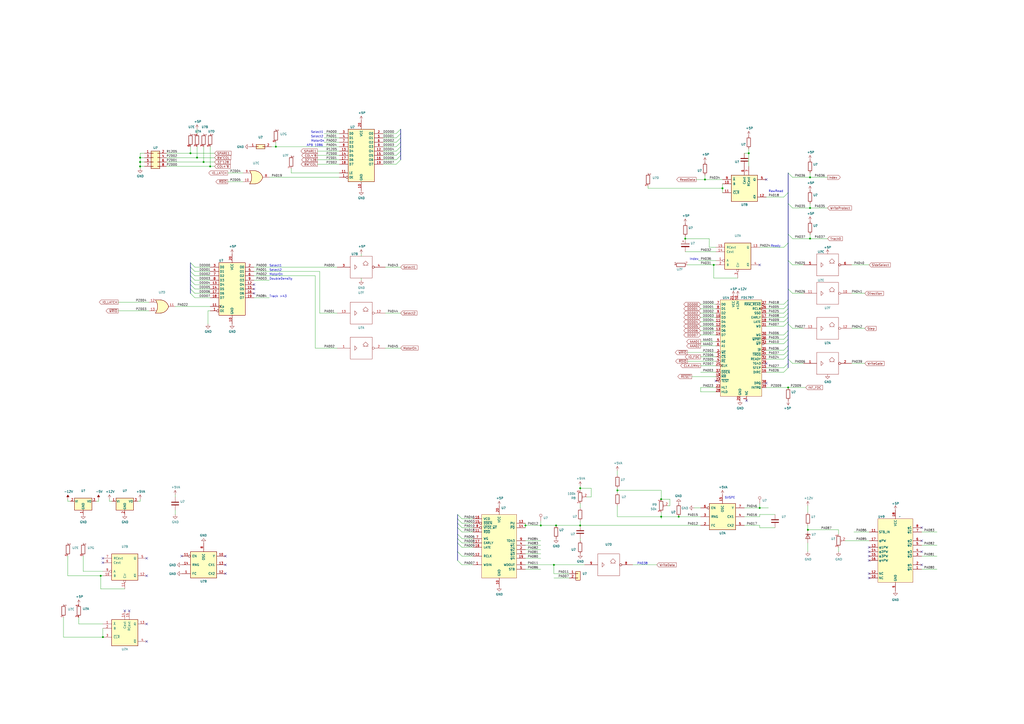
<source format=kicad_sch>
(kicad_sch (version 20220820) (generator eeschema)
  (paper "A2")
  (title_block (title "01: FDC + Configuration"))
  (junction (at 58.42 334.01))
  (junction (at 160.02 85.09))
  (junction (at 336.55 283.21))
  (junction (at 414.02 153.67))
  (junction (at 313.69 304.8))
  (junction (at 114.3 91.44))
  (junction (at 118.11 93.98))
  (junction (at 81.28 93.98))
  (junction (at 322.58 304.8))
  (junction (at 408.94 104.14))
  (junction (at 110.49 88.9))
  (junction (at 321.31 327.66))
  (junction (at 468.63 307.34))
  (junction (at 469.9 102.87))
  (junction (at 469.9 120.65))
  (junction (at 393.7 299.72))
  (junction (at 358.14 284.48))
  (junction (at 434.34 88.9))
  (junction (at 383.54 289.56))
  (junction (at 81.28 96.52))
  (junction (at 81.28 91.44))
  (junction (at 469.9 138.43))
  (junction (at 397.51 138.43))
  (junction (at 59.69 369.57))
  (junction (at 121.92 96.52))
  (junction (at 440.69 294.64))
  (junction (at 419.1 109.22))
  (junction (at 457.2 224.79))
  (junction (at 383.54 299.72))
  (junction (at 336.55 304.8))
  (junction (at 304.8 304.8))
  (no_connect (at 440.69 153.67))
  (no_connect (at 444.5 222.25))
  (no_connect (at 85.09 334.01))
  (no_connect (at 444.5 104.14))
  (no_connect (at 444.5 210.82))
  (no_connect (at 130.81 322.58))
  (no_connect (at 504.19 320.04))
  (no_connect (at 130.81 332.74))
  (no_connect (at 504.19 332.74))
  (no_connect (at 534.67 327.66))
  (no_connect (at 534.67 306.07))
  (no_connect (at 534.67 320.04))
  (no_connect (at 74.93 354.33))
  (no_connect (at 85.09 323.85))
  (no_connect (at 147.32 167.64))
  (no_connect (at 147.32 165.1))
  (no_connect (at 72.39 354.33))
  (no_connect (at 534.67 313.69))
  (no_connect (at 433.07 232.41))
  (no_connect (at 147.32 170.18))
  (no_connect (at 504.19 317.5))
  (no_connect (at 504.19 325.12))
  (no_connect (at 85.09 361.95))
  (no_connect (at 105.41 322.58))
  (no_connect (at 415.29 220.98))
  (no_connect (at 130.81 327.66))
  (no_connect (at 504.19 322.58))
  (no_connect (at 504.19 335.28))
  (no_connect (at 59.69 323.85))
  (no_connect (at 85.09 372.11))
  (no_connect (at 59.69 326.39))
  (bus_entry (at 454.66 184.15) (size 2.54 -2.54))
  (bus_entry (at 454.66 215.9) (size 2.54 -2.54))
  (bus_entry (at 457.2 135.89) (size 2.54 2.54))
  (bus_entry (at 110.49 160.02) (size 2.54 2.54))
  (bus_entry (at 110.49 157.48) (size 2.54 2.54))
  (bus_entry (at 454.66 186.69) (size 2.54 -2.54))
  (bus_entry (at 454.66 114.3) (size 2.54 -2.54))
  (bus_entry (at 110.49 154.94) (size 2.54 2.54))
  (bus_entry (at 265.43 306.07) (size 2.54 2.54))
  (bus_entry (at 265.43 314.96) (size 2.54 2.54))
  (bus_entry (at 457.2 187.96) (size 2.54 2.54))
  (bus_entry (at 110.49 162.56) (size 2.54 2.54))
  (bus_entry (at 454.66 179.07) (size 2.54 -2.54))
  (bus_entry (at 232.41 85.09) (size -2.54 2.54))
  (bus_entry (at 110.49 165.1) (size 2.54 2.54))
  (bus_entry (at 454.66 196.85) (size 2.54 -2.54))
  (bus_entry (at 457.2 118.11) (size 2.54 2.54))
  (bus_entry (at 454.66 189.23) (size 2.54 -2.54))
  (bus_entry (at 454.66 213.36) (size 2.54 -2.54))
  (bus_entry (at 232.41 90.17) (size -2.54 2.54))
  (bus_entry (at 454.66 181.61) (size 2.54 -2.54))
  (bus_entry (at 454.66 208.28) (size 2.54 -2.54))
  (bus_entry (at 232.41 87.63) (size -2.54 2.54))
  (bus_entry (at 454.66 203.2) (size 2.54 -2.54))
  (bus_entry (at 454.66 199.39) (size 2.54 -2.54))
  (bus_entry (at 454.66 176.53) (size 2.54 -2.54))
  (bus_entry (at 265.43 312.42) (size 2.54 2.54))
  (bus_entry (at 232.41 82.55) (size -2.54 2.54))
  (bus_entry (at 265.43 320.04) (size 2.54 2.54))
  (bus_entry (at 457.2 208.28) (size 2.54 2.54))
  (bus_entry (at 110.49 152.4) (size 2.54 2.54))
  (bus_entry (at 110.49 167.64) (size 2.54 2.54))
  (bus_entry (at 232.41 77.47) (size -2.54 2.54))
  (bus_entry (at 454.66 143.51) (size 2.54 -2.54))
  (bus_entry (at 265.43 303.53) (size 2.54 2.54))
  (bus_entry (at 232.41 80.01) (size -2.54 2.54))
  (bus_entry (at 265.43 325.12) (size 2.54 2.54))
  (bus_entry (at 110.49 170.18) (size 2.54 2.54))
  (bus_entry (at 457.2 151.13) (size 2.54 2.54))
  (bus_entry (at 265.43 309.88) (size 2.54 2.54))
  (bus_entry (at 232.41 92.71) (size -2.54 2.54))
  (bus_entry (at 454.66 205.74) (size 2.54 -2.54))
  (bus_entry (at 457.2 167.64) (size 2.54 2.54))
  (bus_entry (at 457.2 100.33) (size 2.54 2.54))
  (bus_entry (at 265.43 298.45) (size 2.54 2.54))
  (bus_entry (at 454.66 194.31) (size 2.54 -2.54))
  (bus_entry (at 232.41 74.93) (size -2.54 2.54))
  (bus_entry (at 265.43 300.99) (size 2.54 2.54))
  (wire (pts (xy 494.03 210.82) (xy 501.65 210.82)))
  (wire (pts (xy 184.15 92.71) (xy 196.85 92.71)))
  (wire (pts (xy 434.34 86.36) (xy 434.34 88.9)))
  (wire (pts (xy 336.55 313.69) (xy 336.55 312.42)))
  (wire (pts (xy 408.94 104.14) (xy 403.86 104.14)))
  (wire (pts (xy 415.29 179.07) (xy 406.4 179.07)))
  (wire (pts (xy 358.14 284.48) (xy 358.14 285.75)))
  (wire (pts (xy 132.08 105.41) (xy 140.97 105.41)))
  (wire (pts (xy 358.14 299.72) (xy 383.54 299.72)))
  (wire (pts (xy 402.59 294.64) (xy 406.4 294.64)))
  (bus (pts (xy 110.49 165.1) (xy 110.49 167.64)))
  (wire (pts (xy 397.51 138.43) (xy 411.48 138.43)))
  (wire (pts (xy 121.92 170.18) (xy 113.03 170.18)))
  (wire (pts (xy 415.29 227.33) (xy 406.4 227.33)))
  (wire (pts (xy 147.32 162.56) (xy 156.21 162.56)))
  (wire (pts (xy 304.8 327.66) (xy 321.31 327.66)))
  (wire (pts (xy 101.6 287.02) (xy 101.6 288.29)))
  (wire (pts (xy 431.8 299.72) (xy 440.69 299.72)))
  (bus (pts (xy 457.2 140.97) (xy 457.2 151.13)))
  (wire (pts (xy 121.92 96.52) (xy 124.46 96.52)))
  (wire (pts (xy 39.37 290.83) (xy 40.64 290.83)))
  (wire (pts (xy 419.1 109.22) (xy 375.92 109.22)))
  (wire (pts (xy 459.74 120.65) (xy 469.9 120.65)))
  (wire (pts (xy 534.67 308.61) (xy 543.56 308.61)))
  (wire (pts (xy 469.9 120.65) (xy 480.06 120.65)))
  (wire (pts (xy 336.55 294.64) (xy 336.55 292.1)))
  (wire (pts (xy 267.97 308.61) (xy 274.32 308.61)))
  (wire (pts (xy 267.97 322.58) (xy 274.32 322.58)))
  (wire (pts (xy 469.9 138.43) (xy 480.06 138.43)))
  (wire (pts (xy 267.97 306.07) (xy 274.32 306.07)))
  (wire (pts (xy 494.03 153.67) (xy 504.19 153.67)))
  (wire (pts (xy 336.55 304.8) (xy 406.4 304.8)))
  (wire (pts (xy 147.32 154.94) (xy 195.58 154.94)))
  (wire (pts (xy 96.52 91.44) (xy 114.3 91.44)))
  (wire (pts (xy 304.8 321.31) (xy 313.69 321.31)))
  (wire (pts (xy 486.41 307.34) (xy 468.63 307.34)))
  (wire (pts (xy 434.34 88.9) (xy 434.34 96.52)))
  (wire (pts (xy 96.52 96.52) (xy 121.92 96.52)))
  (wire (pts (xy 431.8 88.9) (xy 434.34 88.9)))
  (bus (pts (xy 457.2 210.82) (xy 457.2 213.36)))
  (wire (pts (xy 397.51 137.16) (xy 397.51 138.43)))
  (wire (pts (xy 81.28 96.52) (xy 83.82 96.52)))
  (bus (pts (xy 110.49 160.02) (xy 110.49 162.56)))
  (wire (pts (xy 459.74 153.67) (xy 466.09 153.67)))
  (bus (pts (xy 110.49 152.4) (xy 110.49 154.94)))
  (wire (pts (xy 342.9 283.21) (xy 336.55 283.21)))
  (wire (pts (xy 444.5 181.61) (xy 454.66 181.61)))
  (bus (pts (xy 457.2 203.2) (xy 457.2 205.74)))
  (bus (pts (xy 232.41 85.09) (xy 232.41 87.63)))
  (wire (pts (xy 121.92 85.09) (xy 121.92 96.52)))
  (wire (pts (xy 267.97 300.99) (xy 274.32 300.99)))
  (wire (pts (xy 187.96 77.47) (xy 196.85 77.47)))
  (bus (pts (xy 457.2 186.69) (xy 457.2 187.96)))
  (wire (pts (xy 340.36 288.29) (xy 342.9 288.29)))
  (bus (pts (xy 457.2 200.66) (xy 457.2 203.2)))
  (wire (pts (xy 48.26 322.58) (xy 48.26 331.47)))
  (wire (pts (xy 39.37 289.56) (xy 39.37 290.83)))
  (wire (pts (xy 83.82 93.98) (xy 81.28 93.98)))
  (wire (pts (xy 398.78 153.67) (xy 414.02 153.67)))
  (wire (pts (xy 114.3 74.93) (xy 114.3 77.47)))
  (bus (pts (xy 457.2 173.99) (xy 457.2 176.53)))
  (wire (pts (xy 121.92 162.56) (xy 113.03 162.56)))
  (wire (pts (xy 36.83 369.57) (xy 59.69 369.57)))
  (wire (pts (xy 469.9 102.87) (xy 480.06 102.87)))
  (wire (pts (xy 459.74 210.82) (xy 466.09 210.82)))
  (bus (pts (xy 110.49 167.64) (xy 110.49 170.18)))
  (wire (pts (xy 486.41 317.5) (xy 486.41 320.04)))
  (wire (pts (xy 336.55 281.94) (xy 336.55 283.21)))
  (wire (pts (xy 431.8 304.8) (xy 440.69 304.8)))
  (wire (pts (xy 398.78 209.55) (xy 415.29 209.55)))
  (wire (pts (xy 68.58 175.26) (xy 86.36 175.26)))
  (wire (pts (xy 419.1 106.68) (xy 419.1 109.22)))
  (bus (pts (xy 457.2 179.07) (xy 457.2 181.61)))
  (wire (pts (xy 449.58 306.07) (xy 440.69 306.07)))
  (bus (pts (xy 265.43 300.99) (xy 265.43 303.53)))
  (bus (pts (xy 232.41 90.17) (xy 232.41 92.71)))
  (wire (pts (xy 367.03 327.66) (xy 381 327.66)))
  (wire (pts (xy 184.15 95.25) (xy 196.85 95.25)))
  (wire (pts (xy 406.4 200.66) (xy 415.29 200.66)))
  (wire (pts (xy 57.15 290.83) (xy 57.15 289.56)))
  (bus (pts (xy 457.2 167.64) (xy 457.2 173.99)))
  (wire (pts (xy 36.83 358.14) (xy 36.83 369.57)))
  (wire (pts (xy 304.8 304.8) (xy 304.8 306.07)))
  (wire (pts (xy 415.29 181.61) (xy 406.4 181.61)))
  (wire (pts (xy 469.9 100.33) (xy 469.9 102.87)))
  (wire (pts (xy 398.78 204.47) (xy 415.29 204.47)))
  (wire (pts (xy 358.14 293.37) (xy 358.14 299.72)))
  (bus (pts (xy 265.43 312.42) (xy 265.43 314.96)))
  (wire (pts (xy 313.69 302.26) (xy 313.69 304.8)))
  (bus (pts (xy 110.49 162.56) (xy 110.49 165.1)))
  (bus (pts (xy 457.2 184.15) (xy 457.2 186.69)))
  (wire (pts (xy 223.52 181.61) (xy 232.41 181.61)))
  (wire (pts (xy 63.5 289.56) (xy 63.5 290.83)))
  (wire (pts (xy 222.25 92.71) (xy 229.87 92.71)))
  (wire (pts (xy 406.4 198.12) (xy 415.29 198.12)))
  (wire (pts (xy 304.8 304.8) (xy 313.69 304.8)))
  (wire (pts (xy 467.36 224.79) (xy 457.2 224.79)))
  (wire (pts (xy 534.67 322.58) (xy 543.56 322.58)))
  (wire (pts (xy 405.13 151.13) (xy 415.29 151.13)))
  (wire (pts (xy 490.22 313.69) (xy 504.19 313.69)))
  (wire (pts (xy 342.9 288.29) (xy 342.9 283.21)))
  (bus (pts (xy 232.41 74.93) (xy 232.41 77.47)))
  (wire (pts (xy 444.5 186.69) (xy 454.66 186.69)))
  (bus (pts (xy 457.2 111.76) (xy 457.2 118.11)))
  (bus (pts (xy 265.43 320.04) (xy 265.43 325.12)))
  (wire (pts (xy 168.91 97.79) (xy 168.91 100.33)))
  (wire (pts (xy 110.49 85.09) (xy 110.49 88.9)))
  (wire (pts (xy 388.62 293.37) (xy 388.62 289.56)))
  (wire (pts (xy 444.5 196.85) (xy 454.66 196.85)))
  (wire (pts (xy 101.6 295.91) (xy 101.6 298.45)))
  (wire (pts (xy 419.1 109.22) (xy 419.1 111.76)))
  (wire (pts (xy 39.37 334.01) (xy 58.42 334.01)))
  (bus (pts (xy 457.2 181.61) (xy 457.2 184.15)))
  (wire (pts (xy 375.92 109.22) (xy 375.92 107.95)))
  (wire (pts (xy 388.62 289.56) (xy 383.54 289.56)))
  (wire (pts (xy 118.11 85.09) (xy 118.11 93.98)))
  (wire (pts (xy 304.8 313.69) (xy 313.69 313.69)))
  (wire (pts (xy 431.8 294.64) (xy 440.69 294.64)))
  (bus (pts (xy 457.2 135.89) (xy 457.2 140.97)))
  (wire (pts (xy 147.32 160.02) (xy 182.88 160.02)))
  (wire (pts (xy 209.55 147.32) (xy 209.55 148.59)))
  (wire (pts (xy 222.25 82.55) (xy 229.87 82.55)))
  (wire (pts (xy 83.82 88.9) (xy 81.28 88.9)))
  (wire (pts (xy 444.5 189.23) (xy 454.66 189.23)))
  (bus (pts (xy 457.2 176.53) (xy 457.2 179.07)))
  (wire (pts (xy 121.92 167.64) (xy 113.03 167.64)))
  (wire (pts (xy 196.85 100.33) (xy 168.91 100.33)))
  (wire (pts (xy 121.92 165.1) (xy 113.03 165.1)))
  (wire (pts (xy 267.97 303.53) (xy 274.32 303.53)))
  (wire (pts (xy 459.74 190.5) (xy 466.09 190.5)))
  (wire (pts (xy 147.32 172.72) (xy 156.21 172.72)))
  (wire (pts (xy 58.42 334.01) (xy 58.42 341.63)))
  (wire (pts (xy 415.29 184.15) (xy 406.4 184.15)))
  (wire (pts (xy 81.28 88.9) (xy 81.28 91.44)))
  (wire (pts (xy 383.54 299.72) (xy 383.54 297.18)))
  (wire (pts (xy 156.21 102.87) (xy 196.85 102.87)))
  (wire (pts (xy 157.48 85.09) (xy 160.02 85.09)))
  (wire (pts (xy 387.35 293.37) (xy 388.62 293.37)))
  (wire (pts (xy 101.6 177.8) (xy 121.92 177.8)))
  (wire (pts (xy 147.32 157.48) (xy 185.42 157.48)))
  (wire (pts (xy 267.97 314.96) (xy 274.32 314.96)))
  (wire (pts (xy 459.74 170.18) (xy 466.09 170.18)))
  (wire (pts (xy 223.52 154.94) (xy 232.41 154.94)))
  (wire (pts (xy 304.8 318.77) (xy 313.69 318.77)))
  (wire (pts (xy 495.3 308.61) (xy 504.19 308.61)))
  (wire (pts (xy 440.69 306.07) (xy 440.69 304.8)))
  (wire (pts (xy 358.14 284.48) (xy 383.54 284.48)))
  (wire (pts (xy 304.8 303.53) (xy 304.8 304.8)))
  (wire (pts (xy 444.5 179.07) (xy 454.66 179.07)))
  (wire (pts (xy 444.5 199.39) (xy 454.66 199.39)))
  (wire (pts (xy 444.5 114.3) (xy 454.66 114.3)))
  (wire (pts (xy 132.08 100.33) (xy 140.97 100.33)))
  (wire (pts (xy 444.5 176.53) (xy 454.66 176.53)))
  (bus (pts (xy 232.41 87.63) (xy 232.41 90.17)))
  (wire (pts (xy 184.15 87.63) (xy 196.85 87.63)))
  (wire (pts (xy 415.29 176.53) (xy 406.4 176.53)))
  (wire (pts (xy 81.28 96.52) (xy 81.28 97.79)))
  (wire (pts (xy 48.26 331.47) (xy 59.69 331.47)))
  (wire (pts (xy 267.97 327.66) (xy 274.32 327.66)))
  (bus (pts (xy 265.43 314.96) (xy 265.43 320.04)))
  (wire (pts (xy 81.28 91.44) (xy 81.28 93.98)))
  (wire (pts (xy 222.25 80.01) (xy 229.87 80.01)))
  (wire (pts (xy 222.25 77.47) (xy 229.87 77.47)))
  (wire (pts (xy 494.03 170.18) (xy 501.65 170.18)))
  (wire (pts (xy 114.3 91.44) (xy 124.46 91.44)))
  (wire (pts (xy 184.15 90.17) (xy 196.85 90.17)))
  (wire (pts (xy 223.52 201.93) (xy 232.41 201.93)))
  (wire (pts (xy 411.48 143.51) (xy 415.29 143.51)))
  (wire (pts (xy 444.5 213.36) (xy 454.66 213.36)))
  (wire (pts (xy 55.88 290.83) (xy 57.15 290.83)))
  (wire (pts (xy 406.4 215.9) (xy 415.29 215.9)))
  (wire (pts (xy 121.92 172.72) (xy 113.03 172.72)))
  (wire (pts (xy 120.65 187.96) (xy 120.65 180.34)))
  (wire (pts (xy 185.42 181.61) (xy 195.58 181.61)))
  (wire (pts (xy 440.69 143.51) (xy 454.66 143.51)))
  (bus (pts (xy 232.41 77.47) (xy 232.41 80.01)))
  (wire (pts (xy 358.14 283.21) (xy 358.14 284.48)))
  (wire (pts (xy 486.41 307.34) (xy 486.41 309.88)))
  (bus (pts (xy 265.43 303.53) (xy 265.43 306.07)))
  (wire (pts (xy 415.29 191.77) (xy 406.4 191.77)))
  (wire (pts (xy 222.25 90.17) (xy 229.87 90.17)))
  (wire (pts (xy 494.03 190.5) (xy 501.65 190.5)))
  (wire (pts (xy 118.11 93.98) (xy 124.46 93.98)))
  (wire (pts (xy 80.01 290.83) (xy 81.28 290.83)))
  (bus (pts (xy 457.2 187.96) (xy 457.2 191.77)))
  (wire (pts (xy 58.42 341.63) (xy 72.39 341.63)))
  (wire (pts (xy 322.58 304.8) (xy 336.55 304.8)))
  (bus (pts (xy 232.41 80.01) (xy 232.41 82.55)))
  (wire (pts (xy 440.69 299.72) (xy 440.69 298.45)))
  (bus (pts (xy 110.49 154.94) (xy 110.49 157.48)))
  (wire (pts (xy 121.92 157.48) (xy 113.03 157.48)))
  (wire (pts (xy 393.7 299.72) (xy 406.4 299.72)))
  (wire (pts (xy 160.02 82.55) (xy 160.02 85.09)))
  (wire (pts (xy 45.72 361.95) (xy 59.69 361.95)))
  (wire (pts (xy 120.65 180.34) (xy 121.92 180.34)))
  (wire (pts (xy 415.29 189.23) (xy 406.4 189.23)))
  (wire (pts (xy 304.8 330.2) (xy 313.69 330.2)))
  (wire (pts (xy 187.96 82.55) (xy 196.85 82.55)))
  (wire (pts (xy 336.55 283.21) (xy 336.55 284.48)))
  (wire (pts (xy 444.5 215.9) (xy 454.66 215.9)))
  (wire (pts (xy 444.5 184.15) (xy 454.66 184.15)))
  (wire (pts (xy 358.14 273.05) (xy 358.14 275.59)))
  (wire (pts (xy 81.28 93.98) (xy 81.28 96.52)))
  (bus (pts (xy 457.2 208.28) (xy 457.2 210.82)))
  (wire (pts (xy 267.97 312.42) (xy 274.32 312.42)))
  (wire (pts (xy 415.29 146.05) (xy 397.51 146.05)))
  (wire (pts (xy 468.63 304.8) (xy 468.63 307.34)))
  (bus (pts (xy 265.43 309.88) (xy 265.43 312.42)))
  (wire (pts (xy 415.29 212.09) (xy 406.4 212.09)))
  (wire (pts (xy 406.4 224.79) (xy 415.29 224.79)))
  (wire (pts (xy 469.9 135.89) (xy 469.9 138.43)))
  (wire (pts (xy 383.54 289.56) (xy 383.54 284.48)))
  (wire (pts (xy 58.42 334.01) (xy 59.69 334.01)))
  (wire (pts (xy 336.55 304.8) (xy 336.55 302.26)))
  (wire (pts (xy 222.25 85.09) (xy 229.87 85.09)))
  (bus (pts (xy 457.2 151.13) (xy 457.2 167.64)))
  (wire (pts (xy 401.32 218.44) (xy 415.29 218.44)))
  (wire (pts (xy 121.92 160.02) (xy 113.03 160.02)))
  (wire (pts (xy 96.52 93.98) (xy 118.11 93.98)))
  (wire (pts (xy 406.4 207.01) (xy 415.29 207.01)))
  (wire (pts (xy 209.55 161.29) (xy 209.55 162.56)))
  (wire (pts (xy 321.31 327.66) (xy 321.31 332.74)))
  (wire (pts (xy 469.9 118.11) (xy 469.9 120.65)))
  (bus (pts (xy 457.2 196.85) (xy 457.2 200.66)))
  (wire (pts (xy 63.5 290.83) (xy 64.77 290.83)))
  (wire (pts (xy 414.02 153.67) (xy 415.29 153.67)))
  (wire (pts (xy 459.74 138.43) (xy 469.9 138.43)))
  (wire (pts (xy 414.02 153.67) (xy 414.02 161.29)))
  (wire (pts (xy 459.74 102.87) (xy 469.9 102.87)))
  (wire (pts (xy 83.82 91.44) (xy 81.28 91.44)))
  (wire (pts (xy 96.52 88.9) (xy 110.49 88.9)))
  (wire (pts (xy 414.02 161.29) (xy 427.99 161.29)))
  (wire (pts (xy 304.8 316.23) (xy 313.69 316.23)))
  (wire (pts (xy 415.29 194.31) (xy 406.4 194.31)))
  (wire (pts (xy 383.54 299.72) (xy 393.7 299.72)))
  (bus (pts (xy 457.2 194.31) (xy 457.2 196.85)))
  (wire (pts (xy 182.88 201.93) (xy 195.58 201.93)))
  (wire (pts (xy 440.69 298.45) (xy 449.58 298.45)))
  (wire (pts (xy 444.5 205.74) (xy 454.66 205.74)))
  (wire (pts (xy 185.42 157.48) (xy 185.42 181.61)))
  (wire (pts (xy 468.63 314.96) (xy 468.63 320.04)))
  (bus (pts (xy 457.2 205.74) (xy 457.2 208.28)))
  (wire (pts (xy 444.5 224.79) (xy 457.2 224.79)))
  (wire (pts (xy 68.58 180.34) (xy 86.36 180.34)))
  (wire (pts (xy 468.63 293.37) (xy 468.63 297.18)))
  (wire (pts (xy 222.25 95.25) (xy 229.87 95.25)))
  (wire (pts (xy 304.8 323.85) (xy 313.69 323.85)))
  (wire (pts (xy 182.88 160.02) (xy 182.88 201.93)))
  (wire (pts (xy 406.4 227.33) (xy 406.4 224.79)))
  (wire (pts (xy 39.37 322.58) (xy 39.37 334.01)))
  (wire (pts (xy 444.5 194.31) (xy 454.66 194.31)))
  (wire (pts (xy 321.31 332.74) (xy 330.2 332.74)))
  (wire (pts (xy 383.54 299.72) (xy 383.54 300.99)))
  (wire (pts (xy 408.94 104.14) (xy 419.1 104.14)))
  (wire (pts (xy 415.29 186.69) (xy 406.4 186.69)))
  (bus (pts (xy 457.2 118.11) (xy 457.2 135.89)))
  (wire (pts (xy 444.5 203.2) (xy 454.66 203.2)))
  (wire (pts (xy 222.25 87.63) (xy 229.87 87.63)))
  (wire (pts (xy 313.69 304.8) (xy 322.58 304.8)))
  (wire (pts (xy 440.69 292.1) (xy 440.69 294.64)))
  (wire (pts (xy 267.97 317.5) (xy 274.32 317.5)))
  (wire (pts (xy 321.31 335.28) (xy 330.2 335.28)))
  (wire (pts (xy 440.69 294.64) (xy 445.77 294.64)))
  (wire (pts (xy 534.67 316.23) (xy 543.56 316.23)))
  (wire (pts (xy 534.67 330.2) (xy 543.56 330.2)))
  (wire (pts (xy 45.72 358.14) (xy 45.72 361.95)))
  (wire (pts (xy 121.92 154.94) (xy 113.03 154.94)))
  (wire (pts (xy 411.48 138.43) (xy 411.48 143.51)))
  (wire (pts (xy 196.85 85.09) (xy 160.02 85.09)))
  (wire (pts (xy 444.5 208.28) (xy 454.66 208.28)))
  (wire (pts (xy 81.28 290.83) (xy 81.28 289.56)))
  (bus (pts (xy 457.2 100.33) (xy 457.2 111.76)))
  (bus (pts (xy 265.43 298.45) (xy 265.43 300.99)))
  (wire (pts (xy 59.69 364.49) (xy 59.69 369.57)))
  (wire (pts (xy 408.94 101.6) (xy 408.94 104.14)))
  (wire (pts (xy 110.49 88.9) (xy 124.46 88.9)))
  (bus (pts (xy 110.49 157.48) (xy 110.49 160.02)))
  (bus (pts (xy 457.2 191.77) (xy 457.2 194.31)))
  (bus (pts (xy 232.41 82.55) (xy 232.41 85.09)))
  (bus (pts (xy 265.43 306.07) (xy 265.43 309.88)))
  (wire (pts (xy 114.3 85.09) (xy 114.3 91.44)))
  (wire (pts (xy 321.31 327.66) (xy 339.09 327.66)))
  (wire (pts (xy 187.96 80.01) (xy 196.85 80.01)))
  (text "PA038" (at 369.57 327.66 0) (effects (font (size 1.27 1.27)) (justify left bottom)))
  (text "Select2" (at 156.21 157.48 0) (effects (font (size 1.27 1.27)) (justify left bottom)))
  (text "APB 1086" (at 177.8 85.09 0) (effects (font (size 1.27 1.27)) (justify left bottom)))
  (text "MotorOn" (at 156.21 160.02 0) (effects (font (size 1.27 1.27)) (justify left bottom)))
  (text "DoubleDensity" (at 156.21 162.56 0) (effects (font (size 1.27 1.27)) (justify left bottom)))
  (text "Select2" (at 180.34 80.01 0) (effects (font (size 1.27 1.27)) (justify left bottom)))
  (text "RawRead\n" (at 445.77 111.76 0) (effects (font (size 1.27 1.27)) (justify left bottom)))
  (text "Select1\n" (at 156.21 154.94 0) (effects (font (size 1.27 1.27)) (justify left bottom)))
  (text "Ready" (at 447.04 143.51 0) (effects (font (size 1.27 1.27)) (justify left bottom)))
  (text "Track >43" (at 156.21 172.72 0) (effects (font (size 1.27 1.27)) (justify left bottom)))
  (text "Index" (at 400.05 151.13 0) (effects (font (size 1.27 1.27)) (justify left bottom)))
  (text "MotorOn" (at 180.34 82.55 0) (effects (font (size 1.27 1.27)) (justify left bottom)))
  (text "5VSPE" (at 420.37 289.56 0) (effects (font (size 1.27 1.27)) (justify left bottom)))
  (text "Select1\n" (at 180.34 77.47 0) (effects (font (size 1.27 1.27)) (justify left bottom)))
  (label "PA005" (at 269.24 322.58 0))
  (label "PA086" (at 496.57 308.61 0))
  (label "PA019" (at 157.48 102.87 0))
  (label "PA001" (at 189.23 80.01 0))
  (label "PA004" (at 189.23 85.09 0))
  (label "DDD00" (at 222.25 77.47 0))
  (label "DDD06" (at 407.67 191.77 0))
  (label "PA034" (at 411.48 104.14 0))
  (label "DDD00" (at 407.67 176.53 0))
  (label "PA010" (at 269.24 306.07 0))
  (label "DDD03" (at 407.67 184.15 0))
  (label "PA083" (at 535.94 308.61 0))
  (label "PA000" (at 189.23 77.47 0))
  (label "PA036" (at 461.01 102.87 0))
  (label "PA025" (at 445.77 181.61 0))
  (label "PA046" (at 433.07 294.64 0))
  (label "PA003" (at 269.24 303.53 0))
  (label "DDD01" (at 115.57 157.48 0))
  (label "PA011" (at 323.85 332.74 0))
  (label "PA036" (at 472.44 102.87 0))
  (label "PZ002" (at 96.52 91.44 0))
  (label "PA036" (at 406.4 151.13 0))
  (label "PA043" (at 224.79 154.94 0))
  (label "PA087" (at 476.25 307.34 0))
  (label "R1205" (at 96.52 88.9 0))
  (label "DDD06" (at 222.25 92.71 0))
  (label "R1205" (at 189.23 87.63 0))
  (label "PZ009" (at 464.82 224.79 180))
  (label "DDD04" (at 115.57 165.1 0))
  (label "DDD06" (at 115.57 170.18 0))
  (label "PA044" (at 224.79 181.61 0))
  (label "PA012" (at 398.78 304.8 0))
  (label "PA082" (at 306.07 318.77 0))
  (label "PZ000" (at 96.52 96.52 0))
  (label "PA026" (at 461.01 170.18 0))
  (label "PA002" (at 148.59 160.02 0))
  (label "PA042" (at 494.03 190.5 0))
  (label "DDD02" (at 115.57 160.02 0))
  (label "DDD03" (at 115.57 162.56 0))
  (label "PA082" (at 535.94 316.23 0))
  (label "PA016" (at 433.07 299.72 0))
  (label "PA081" (at 306.07 321.31 0))
  (label "PA085" (at 496.57 313.69 0))
  (label "PA017" (at 433.07 304.8 0))
  (label "PA001" (at 187.96 181.61 0))
  (label "DDD00" (at 115.57 154.94 0))
  (label "PA024" (at 445.77 208.28 0))
  (label "PA006" (at 269.24 312.42 0))
  (label "PA009" (at 269.24 317.5 0))
  (label "PA086" (at 306.07 330.2 0))
  (label "PA006" (at 461.01 210.82 0))
  (label "PA001" (at 148.59 157.48 0))
  (label "PZ004" (at 133.35 100.33 0))
  (label "PA037" (at 461.01 138.43 0))
  (label "PA008" (at 445.77 184.15 0))
  (label "PA024" (at 440.69 143.51 0))
  (label "PA040" (at 495.3 153.67 0))
  (label "PZ009" (at 447.04 224.79 0))
  (label "PZ006" (at 407.67 207.01 0))
  (label "PA045" (at 224.79 201.93 0))
  (label "PA037" (at 445.77 205.74 0))
  (label "PA018" (at 445.77 176.53 0))
  (label "PZ004" (at 78.74 175.26 0))
  (label "PA035" (at 445.77 196.85 0))
  (label "DDD05" (at 222.25 90.17 0))
  (label "DDD01" (at 222.25 80.01 0))
  (label "PA046" (at 269.24 300.99 0))
  (label "PA080" (at 535.94 330.2 0))
  (label "DDD05" (at 407.67 189.23 0))
  (label "DDD03" (at 222.25 85.09 0))
  (label "PA000" (at 148.59 154.94 0))
  (label "PZ003" (at 407.67 204.47 0))
  (label "DDD02" (at 407.67 181.61 0))
  (label "PZ000" (at 189.23 90.17 0))
  (label "PZ003" (at 78.74 180.34 0))
  (label "PA027" (at 461.01 190.5 0))
  (label "PA003" (at 407.67 215.9 0))
  (label "PA032" (at 406.4 146.05 0))
  (label "PA007" (at 269.24 327.66 0))
  (label "PA036" (at 445.77 203.2 0))
  (label "PZ001" (at 96.52 93.98 0))
  (label "DDD05" (at 115.57 167.64 0))
  (label "DDD02" (at 222.25 82.55 0))
  (label "PZ001" (at 189.23 92.71 0))
  (label "PA026" (at 445.77 215.9 0))
  (label "PA084" (at 148.59 172.72 0))
  (label "PA007" (at 445.77 189.23 0))
  (label "PA006" (at 445.77 194.31 0))
  (label "PA035" (at 472.44 120.65 0))
  (label "PA018" (at 269.24 308.61 0))
  (label "PA041" (at 494.03 170.18 0))
  (label "PZ005" (at 407.67 209.55 0))
  (label "PZ007" (at 407.67 212.09 0))
  (label "PA023" (at 407.67 224.79 0))
  (label "AAA01" (at 407.67 198.12 0))
  (label "PA000" (at 187.96 154.94 0))
  (label "PA015" (at 398.78 299.72 0))
  (label "PA025" (at 461.01 153.67 0))
  (label "PA002" (at 189.23 82.55 0))
  (label "DDD04" (at 222.25 87.63 0))
  (label "PZ005" (at 133.35 105.41 0))
  (label "DDD01" (at 407.67 179.07 0))
  (label "PA003" (at 148.59 162.56 0))
  (label "PA002" (at 187.96 201.93 0))
  (label "PA083" (at 306.07 316.23 0))
  (label "PA031" (at 406.4 153.67 0))
  (label "PA012" (at 306.07 304.8 0))
  (label "PZ002" (at 189.23 95.25 0))
  (label "DDD07" (at 407.67 194.31 0))
  (label "DDD07" (at 115.57 172.72 0))
  (label "PA084" (at 306.07 313.69 0))
  (label "AAA02" (at 407.67 200.66 0))
  (label "DDD07" (at 222.25 95.25 0))
  (label "PA081" (at 535.94 322.58 0))
  (label "PA009" (at 445.77 186.69 0))
  (label "PA011" (at 306.07 327.66 0))
  (label "PA037" (at 472.44 138.43 0))
  (label "PA005" (at 445.77 179.07 0))
  (label "PA007" (at 323.85 335.28 0))
  (label "PA008" (at 269.24 314.96 0))
  (label "PA022" (at 102.87 177.8 0))
  (label "PA010" (at 445.77 199.39 0))
  (label "DDD04" (at 407.67 186.69 0))
  (label "PA080" (at 306.07 323.85 0))
  (label "PA018" (at 445.77 114.3 0))
  (label "PA027" (at 445.77 213.36 0))
  (label "PA039" (at 494.03 210.82 0))
  (label "PA035" (at 461.01 120.65 0))
  (global_label "~{WRIO}" (shape output) (at 398.78 204.47 180) (property "Intersheetrefs" "${INTERSHEET_REFS}" (at 0 0 0)))
  (global_label "SideSelect" (shape input) (at 504.19 153.67 0) (property "Intersheetrefs" "${INTERSHEET_REFS}" (at 0 0 0)))
  (global_label "Step" (shape input) (at 501.65 190.5 0) (property "Intersheetrefs" "${INTERSHEET_REFS}" (at 0 0 0)))
  (global_label "WriteGate" (shape input) (at 501.65 210.82 0) (property "Intersheetrefs" "${INTERSHEET_REFS}" (at 0 0 0)))
  (global_label "INT_FDC" (shape input) (at 467.36 224.79 0) (property "Intersheetrefs" "${INTERSHEET_REFS}" (at 0 0 0)))
  (global_label "IO_LATCH" (shape output) (at 132.08 100.33 180) (property "Intersheetrefs" "${INTERSHEET_REFS}" (at 0 0 0)))
  (global_label "~{RESET}" (shape output) (at 401.32 218.44 180) (property "Intersheetrefs" "${INTERSHEET_REFS}" (at 0 0 0)))
  (global_label "~{RDIO}" (shape output) (at 398.78 209.55 180) (property "Intersheetrefs" "${INTERSHEET_REFS}" (at 0 0 0)))
  (global_label "IO_LATCH" (shape output) (at 68.58 175.26 180) (property "Intersheetrefs" "${INTERSHEET_REFS}" (at 0 0 0)))
  (global_label "Select1" (shape input) (at 232.41 154.94 0) (property "Intersheetrefs" "${INTERSHEET_REFS}" (at 0 0 0)))
  (global_label "DDD04" (shape bidirectional) (at 406.4 186.69 180) (property "Intersheetrefs" "${INTERSHEET_REFS}" (at 0 0 0)))
  (global_label "Track0" (shape input) (at 480.06 138.43 0) (property "Intersheetrefs" "${INTERSHEET_REFS}" (at 0 0 0)))
  (global_label "WriteData" (shape input) (at 381 327.66 0) (property "Intersheetrefs" "${INTERSHEET_REFS}" (at 0 0 0)))
  (global_label "DDD00" (shape bidirectional) (at 406.4 176.53 180) (property "Intersheetrefs" "${INTERSHEET_REFS}" (at 0 0 0)))
  (global_label "WriteProtect" (shape input) (at 480.06 120.65 0) (property "Intersheetrefs" "${INTERSHEET_REFS}" (at 0 0 0)))
  (global_label "Index" (shape output) (at 480.06 102.87 0) (property "Intersheetrefs" "${INTERSHEET_REFS}" (at 0 0 0)))
  (global_label "DDD05" (shape bidirectional) (at 406.4 189.23 180) (property "Intersheetrefs" "${INTERSHEET_REFS}" (at 0 0 0)))
  (global_label "DDD07" (shape bidirectional) (at 406.4 194.31 180) (property "Intersheetrefs" "${INTERSHEET_REFS}" (at 0 0 0)))
  (global_label "Select2" (shape input) (at 232.41 181.61 0) (property "Intersheetrefs" "${INTERSHEET_REFS}" (at 0 0 0)))
  (global_label "DDD01" (shape bidirectional) (at 406.4 179.07 180) (property "Intersheetrefs" "${INTERSHEET_REFS}" (at 0 0 0)))
  (global_label "DDD02" (shape bidirectional) (at 406.4 181.61 180) (property "Intersheetrefs" "${INTERSHEET_REFS}" (at 0 0 0)))
  (global_label "SPARE1" (shape output) (at 184.15 87.63 180) (property "Intersheetrefs" "${INTERSHEET_REFS}" (at 0 0 0)))
  (global_label "AAA01" (shape output) (at 406.4 198.12 180) (property "Intersheetrefs" "${INTERSHEET_REFS}" (at 0 0 0)))
  (global_label "DDD03" (shape bidirectional) (at 406.4 184.15 180) (property "Intersheetrefs" "${INTERSHEET_REFS}" (at 0 0 0)))
  (global_label "32^128" (shape output) (at 184.15 92.71 180) (property "Intersheetrefs" "${INTERSHEET_REFS}" (at 0 0 0)))
  (global_label "~{RDIO}" (shape output) (at 132.08 105.41 180) (property "Intersheetrefs" "${INTERSHEET_REFS}" (at 0 0 0)))
  (global_label "CLK.1MHz" (shape output) (at 406.4 212.09 180) (property "Intersheetrefs" "${INTERSHEET_REFS}" (at 0 0 0)))
  (global_label "DDD06" (shape bidirectional) (at 406.4 191.77 180) (property "Intersheetrefs" "${INTERSHEET_REFS}" (at 0 0 0)))
  (global_label "BW^COL" (shape output) (at 184.15 95.25 180) (property "Intersheetrefs" "${INTERSHEET_REFS}" (at 0 0 0)))
  (global_label "~{WRIO}" (shape output) (at 68.58 180.34 180) (property "Intersheetrefs" "${INTERSHEET_REFS}" (at 0 0 0)))
  (global_label "ReadData" (shape output) (at 403.86 104.14 180) (property "Intersheetrefs" "${INTERSHEET_REFS}" (at 0 0 0)))
  (global_label "COL4^8" (shape output) (at 184.15 90.17 180) (property "Intersheetrefs" "${INTERSHEET_REFS}" (at 0 0 0)))
  (global_label "AAA02" (shape output) (at 406.4 200.66 180) (property "Intersheetrefs" "${INTERSHEET_REFS}" (at 0 0 0)))
  (global_label "MotorOn" (shape input) (at 232.41 201.93 0) (property "Intersheetrefs" "${INTERSHEET_REFS}" (at 0 0 0)))
  (global_label "BW^COL" (shape input) (at 124.46 91.44 0) (property "Intersheetrefs" "${INTERSHEET_REFS}" (at 0 0 0)))
  (global_label "32^128" (shape input) (at 124.46 93.98 0) (property "Intersheetrefs" "${INTERSHEET_REFS}" (at 0 0 0)))
  (global_label "IO_FDC" (shape output) (at 406.4 207.01 180) (property "Intersheetrefs" "${INTERSHEET_REFS}" (at 0 0 0)))
  (global_label "SPARE1" (shape input) (at 124.46 88.9 0) (property "Intersheetrefs" "${INTERSHEET_REFS}" (at 0 0 0)))
  (global_label "Direction" (shape input) (at 501.65 170.18 0) (property "Intersheetrefs" "${INTERSHEET_REFS}" (at 0 0 0)))
  (global_label "COL4^8" (shape input) (at 124.46 96.52 0) (property "Intersheetrefs" "${INTERSHEET_REFS}" (at 0 0 0)))
  (symbol (lib_id "74xx:74LS374") (at 134.62 167.64 0) (unit 1)
    (default_instance (reference "") (unit 1) (value "") (footprint ""))
    (property "Datasheet" "http://www.ti.com/lit/gpn/sn74LS374" (effects hide))
  )
  (symbol (lib_id "74xx:74LS373") (at 209.55 90.17 0) (unit 1)
    (default_instance (reference "") (unit 1) (value "") (footprint ""))
    (property "Datasheet" "http://www.ti.com/lit/gpn/sn74LS373" (effects hide))
  )
  (symbol (lib_id "74xx_IEEE:7416") (at 480.06 190.5 0) (unit 6)
    (default_instance (reference "") (unit 1) (value "") (footprint ""))
  )
  (symbol (lib_id "Device:C") (at 449.58 302.26 180) (unit 1)
    (default_instance (reference "") (unit 1) (value "") (footprint ""))
  )
  (symbol (lib_id "Device:R") (at 469.9 96.52 0) (unit 1)
    (default_instance (reference "") (unit 1) (value "") (footprint ""))
  )
  (symbol (lib_id "power:+5P") (at 469.9 92.71 0) (unit 1)
    (default_instance (reference "") (unit 1) (value "") (footprint ""))
  )
  (symbol (lib_id "74xx_IEEE:7416") (at 480.06 170.18 0) (unit 5)
    (default_instance (reference "") (unit 1) (value "") (footprint ""))
  )
  (symbol (lib_id "power:GND") (at 429.26 232.41 0) (unit 1)
    (default_instance (reference "") (unit 1) (value "") (footprint ""))
  )
  (symbol (lib_id "power:+12V") (at 427.99 171.45 0) (unit 1)
    (default_instance (reference "") (unit 1) (value "") (footprint ""))
  )
  (symbol (lib_id "power:+5P") (at 408.94 93.98 0) (unit 1)
    (default_instance (reference "") (unit 1) (value "") (footprint ""))
  )
  (symbol (lib_id "power:GND") (at 105.41 327.66 270) (unit 1)
    (default_instance (reference "") (unit 1) (value "") (footprint ""))
  )
  (symbol (lib_id "74xx_IEEE:7416") (at 353.06 327.66 0) (unit 4)
    (default_instance (reference "") (unit 1) (value "") (footprint ""))
  )
  (symbol (lib_id "power:GND") (at 105.41 332.74 270) (unit 1)
    (default_instance (reference "") (unit 1) (value "") (footprint ""))
  )
  (symbol (lib_id "74xx_IEEE:7416") (at 480.06 153.67 0) (unit 3)
    (default_instance (reference "") (unit 1) (value "") (footprint ""))
  )
  (symbol (lib_id "Device:R") (at 336.55 298.45 180) (unit 1)
    (default_instance (reference "") (unit 1) (value "") (footprint ""))
  )
  (symbol (lib_id "Device:R") (at 336.55 317.5 0) (mirror y) (unit 1)
    (default_instance (reference "") (unit 1) (value "") (footprint ""))
  )
  (symbol (lib_id "Device:R") (at 393.7 295.91 180) (unit 1)
    (default_instance (reference "") (unit 1) (value "") (footprint ""))
  )
  (symbol (lib_id "power:GND") (at 393.7 292.1 180) (unit 1)
    (default_instance (reference "") (unit 1) (value "") (footprint ""))
  )
  (symbol (lib_id "74xx:74LS629") (at 118.11 327.66 0) (unit 2)
    (default_instance (reference "") (unit 1) (value "") (footprint ""))
    (property "Datasheet" "http://www.ti.com/lit/gpn/sn74LS629" (effects hide))
  )
  (symbol (lib_id "power:GND") (at 118.11 314.96 180) (unit 1)
    (default_instance (reference "") (unit 1) (value "") (footprint ""))
  )
  (symbol (lib_id "Device:R_Network07_Split") (at 394.97 153.67 90) (unit 6)
    (default_instance (reference "") (unit 1) (value "") (footprint ""))
    (property "Datasheet" "http://www.vishay.com/docs/31509/csc.pdf" (effects hide))
  )
  (symbol (lib_id "74xx:74LS123") (at 72.39 328.93 0) (unit 2)
    (default_instance (reference "") (unit 1) (value "") (footprint ""))
    (property "Datasheet" "http://www.ti.com/lit/gpn/sn74LS123" (effects hide))
  )
  (symbol (lib_id "Device:R_Network07_Split") (at 48.26 318.77 0) (unit 7)
    (default_instance (reference "") (unit 1) (value "") (footprint ""))
    (property "Datasheet" "http://www.vishay.com/docs/31509/csc.pdf" (effects hide))
  )
  (symbol (lib_id "74xx:74LS629") (at 419.1 299.72 0) (unit 1)
    (default_instance (reference "") (unit 1) (value "") (footprint ""))
    (property "Datasheet" "http://www.ti.com/lit/gpn/sn74LS629" (effects hide))
  )
  (symbol (lib_id "power:GND") (at 402.59 294.64 270) (unit 1)
    (default_instance (reference "") (unit 1) (value "") (footprint ""))
  )
  (symbol (lib_id "74xx:74LS32") (at 148.59 102.87 0) (unit 3)
    (default_instance (reference "") (unit 1) (value "") (footprint ""))
    (property "Datasheet" "http://www.ti.com/lit/gpn/sn74LS32" (effects hide))
  )
  (symbol (lib_id "74xx:74LS32") (at 93.98 177.8 0) (unit 4)
    (default_instance (reference "") (unit 1) (value "") (footprint ""))
    (property "Datasheet" "http://www.ti.com/lit/gpn/sn74LS32" (effects hide))
  )
  (symbol (lib_id "Device:R_Network07_Split") (at 39.37 318.77 0) (unit 5)
    (default_instance (reference "") (unit 1) (value "") (footprint ""))
    (property "Datasheet" "http://www.vishay.com/docs/31509/csc.pdf" (effects hide))
  )
  (symbol (lib_id "Device:CP") (at 397.51 142.24 0) (unit 1)
    (default_instance (reference "") (unit 1) (value "") (footprint ""))
  )
  (symbol (lib_id "Device:R") (at 397.51 133.35 0) (unit 1)
    (default_instance (reference "") (unit 1) (value "") (footprint ""))
  )
  (symbol (lib_id "power:+5VA") (at 336.55 281.94 0) (unit 1)
    (default_instance (reference "") (unit 1) (value "") (footprint ""))
  )
  (symbol (lib_id "power:+5P") (at 397.51 129.54 0) (unit 1)
    (default_instance (reference "") (unit 1) (value "") (footprint ""))
  )
  (symbol (lib_id "74xx:74LS221") (at 72.39 367.03 0) (unit 1)
    (default_instance (reference "") (unit 1) (value "") (footprint ""))
    (property "Datasheet" "http://www.ti.com/lit/gpn/sn74LS221" (effects hide))
  )
  (symbol (lib_id "Device:R_Network07_Split") (at 45.72 354.33 0) (unit 1)
    (default_instance (reference "") (unit 1) (value "") (footprint ""))
    (property "Datasheet" "http://www.vishay.com/docs/31509/csc.pdf" (effects hide))
  )
  (symbol (lib_id "power:+5P") (at 45.72 350.52 0) (unit 1)
    (default_instance (reference "") (unit 1) (value "") (footprint ""))
  )
  (symbol (lib_id "power:GND") (at 336.55 321.31 0) (unit 1)
    (default_instance (reference "") (unit 1) (value "") (footprint ""))
  )
  (symbol (lib_id "74xx:74LS221") (at 431.8 109.22 0) (unit 2)
    (default_instance (reference "") (unit 1) (value "") (footprint ""))
    (property "Datasheet" "http://www.ti.com/lit/gpn/sn74LS221" (effects hide))
  )
  (symbol (lib_id "Device:C") (at 431.8 92.71 180) (unit 1)
    (default_instance (reference "") (unit 1) (value "") (footprint ""))
  )
  (symbol (lib_id "Device:R") (at 434.34 82.55 180) (unit 1)
    (default_instance (reference "") (unit 1) (value "") (footprint ""))
  )
  (symbol (lib_id "Device:R") (at 469.9 132.08 0) (unit 1)
    (default_instance (reference "") (unit 1) (value "") (footprint ""))
  )
  (symbol (lib_id "power:+5P") (at 469.9 128.27 0) (unit 1)
    (default_instance (reference "") (unit 1) (value "") (footprint ""))
  )
  (symbol (lib_id "Device:R") (at 358.14 289.56 180) (unit 1)
    (default_instance (reference "") (unit 1) (value "") (footprint ""))
  )
  (symbol (lib_id "Device:R") (at 358.14 279.4 0) (unit 1)
    (default_instance (reference "") (unit 1) (value "") (footprint ""))
  )
  (symbol (lib_id "power:+5VA") (at 358.14 273.05 0) (unit 1)
    (default_instance (reference "") (unit 1) (value "") (footprint ""))
  )
  (symbol (lib_id "Device:C") (at 101.6 292.1 0) (unit 1)
    (default_instance (reference "") (unit 1) (value "") (footprint ""))
  )
  (symbol (lib_id "Device:R") (at 468.63 300.99 180) (unit 1)
    (default_instance (reference "") (unit 1) (value "") (footprint ""))
  )
  (symbol (lib_id "Device:D_Zener") (at 468.63 311.15 270) (unit 1)
    (default_instance (reference "") (unit 1) (value "") (footprint ""))
  )
  (symbol (lib_id "power:+12V") (at 468.63 293.37 0) (unit 1)
    (default_instance (reference "") (unit 1) (value "") (footprint ""))
  )
  (symbol (lib_id "power:GND") (at 101.6 298.45 0) (unit 1)
    (default_instance (reference "") (unit 1) (value "") (footprint ""))
  )
  (symbol (lib_id "power:GND") (at 468.63 320.04 0) (unit 1)
    (default_instance (reference "") (unit 1) (value "") (footprint ""))
  )
  (symbol (lib_id "74xx_IEEE:7416") (at 209.55 154.94 0) (unit 2)
    (default_instance (reference "") (unit 1) (value "") (footprint ""))
  )
  (symbol (lib_id "power:+5VA") (at 101.6 287.02 0) (unit 1)
    (default_instance (reference "") (unit 1) (value "") (footprint ""))
  )
  (symbol (lib_id "power:GND") (at 209.55 162.56 0) (unit 1)
    (default_instance (reference "") (unit 1) (value "") (footprint ""))
  )
  (symbol (lib_id "power:+5P") (at 209.55 147.32 0) (unit 1)
    (default_instance (reference "") (unit 1) (value "") (footprint ""))
  )
  (symbol (lib_id "74xx_IEEE:7416") (at 209.55 201.93 0) (unit 1)
    (default_instance (reference "") (unit 1) (value "") (footprint ""))
  )
  (symbol (lib_id "74xx_IEEE:7416") (at 209.55 181.61 0) (unit 6)
    (default_instance (reference "") (unit 1) (value "") (footprint ""))
  )
  (symbol (lib_id "Device:R") (at 469.9 114.3 0) (unit 1)
    (default_instance (reference "") (unit 1) (value "") (footprint ""))
  )
  (symbol (lib_id "power:+5P") (at 469.9 110.49 0) (unit 1)
    (default_instance (reference "") (unit 1) (value "") (footprint ""))
  )
  (symbol (lib_id "power:GND") (at 486.41 320.04 0) (unit 1)
    (default_instance (reference "") (unit 1) (value "") (footprint ""))
  )
  (symbol (lib_id "Connector_Generic:Conn_01x02") (at 335.28 332.74 0) (unit 1)
    (default_instance (reference "") (unit 1) (value "") (footprint ""))
  )
  (symbol (lib_id "Connector:TestPoint") (at 313.69 302.26 0) (unit 1)
    (default_instance (reference "") (unit 1) (value "") (footprint ""))
  )
  (symbol (lib_id "Device:C") (at 336.55 308.61 180) (unit 1)
    (default_instance (reference "") (unit 1) (value "") (footprint ""))
  )
  (symbol (lib_id "Device:R") (at 322.58 308.61 0) (unit 1)
    (default_instance (reference "") (unit 1) (value "") (footprint ""))
  )
  (symbol (lib_id "power:GND") (at 322.58 312.42 0) (unit 1)
    (default_instance (reference "") (unit 1) (value "") (footprint ""))
  )
  (symbol (lib_id "Connector:TestPoint") (at 440.69 292.1 0) (unit 1)
    (default_instance (reference "") (unit 1) (value "") (footprint ""))
  )
  (symbol (lib_id "Device:R_Network07_Split") (at 36.83 354.33 0) (unit 3)
    (default_instance (reference "") (unit 1) (value "") (footprint ""))
    (property "Datasheet" "http://www.vishay.com/docs/31509/csc.pdf" (effects hide))
  )
  (symbol (lib_id "Device:R_Network07_Split") (at 375.92 104.14 0) (unit 4)
    (default_instance (reference "") (unit 1) (value "") (footprint ""))
    (property "Datasheet" "http://www.vishay.com/docs/31509/csc.pdf" (effects hide))
  )
  (symbol (lib_id "Device:R") (at 408.94 97.79 180) (unit 1)
    (default_instance (reference "") (unit 1) (value "") (footprint ""))
  )
  (symbol (lib_id "power:+5P") (at 434.34 78.74 0) (unit 1)
    (default_instance (reference "") (unit 1) (value "") (footprint ""))
  )
  (symbol (lib_id "Device:R_POT_TRIM") (at 486.41 313.69 0) (unit 1)
    (default_instance (reference "") (unit 1) (value "") (footprint ""))
  )
  (symbol (lib_id "Device:R") (at 457.2 228.6 0) (unit 1)
    (default_instance (reference "") (unit 1) (value "") (footprint ""))
  )
  (symbol (lib_id "power:+5P") (at 457.2 232.41 180) (unit 1)
    (default_instance (reference "") (unit 1) (value "") (footprint ""))
  )
  (symbol (lib_id "Regulator_Linear:L79L05_TO92") (at 48.26 290.83 0) (mirror x) (unit 1)
    (default_instance (reference "") (unit 1) (value "") (footprint ""))
    (property "Datasheet" "http://www.farnell.com/datasheets/1827870.pdf" (effects hide))
  )
  (symbol (lib_id "power:-12V") (at 39.37 289.56 0) (unit 1)
    (default_instance (reference "") (unit 1) (value "") (footprint ""))
  )
  (symbol (lib_id "power:-5V") (at 57.15 289.56 0) (unit 1)
    (default_instance (reference "") (unit 1) (value "") (footprint ""))
  )
  (symbol (lib_id "power:GND") (at 48.26 298.45 0) (unit 1)
    (default_instance (reference "") (unit 1) (value "") (footprint ""))
  )
  (symbol (lib_id "Regulator_Linear:LM7805_TO220") (at 72.39 290.83 0) (unit 1)
    (default_instance (reference "") (unit 1) (value "") (footprint ""))
    (property "Datasheet" "https://www.onsemi.cn/PowerSolutions/document/MC7800-D.PDF" (effects hide))
  )
  (symbol (lib_id "power:+12V") (at 63.5 289.56 0) (unit 1)
    (default_instance (reference "") (unit 1) (value "") (footprint ""))
  )
  (symbol (lib_id "power:+5VA") (at 81.28 289.56 0) (unit 1)
    (default_instance (reference "") (unit 1) (value "") (footprint ""))
  )
  (symbol (lib_id "power:GND") (at 72.39 298.45 0) (unit 1)
    (default_instance (reference "") (unit 1) (value "") (footprint ""))
  )
  (symbol (lib_id "Device:R_Network07_Split") (at 160.02 78.74 0) (unit 7)
    (default_instance (reference "") (unit 1) (value "") (footprint ""))
    (property "Datasheet" "http://www.vishay.com/docs/31509/csc.pdf" (effects hide))
  )
  (symbol (lib_id "Connector_Generic:Conn_02x01") (at 149.86 85.09 0) (unit 1)
    (default_instance (reference "") (unit 1) (value "") (footprint ""))
  )
  (symbol (lib_id "power:GND") (at 144.78 85.09 270) (unit 1)
    (default_instance (reference "") (unit 1) (value "") (footprint ""))
  )
  (symbol (lib_id "Connector_Generic:Conn_02x04_Odd_Even") (at 88.9 91.44 0) (unit 1)
    (default_instance (reference "") (unit 1) (value "") (footprint ""))
  )
  (symbol (lib_id "power:GND") (at 81.28 97.79 0) (unit 1)
    (default_instance (reference "") (unit 1) (value "") (footprint ""))
  )
  (symbol (lib_id "Device:R_Network07_Split") (at 121.92 81.28 0) (unit 4)
    (default_instance (reference "") (unit 1) (value "") (footprint ""))
    (property "Datasheet" "http://www.vishay.com/docs/31509/csc.pdf" (effects hide))
  )
  (symbol (lib_id "Device:R_Network07_Split") (at 118.11 81.28 0) (unit 2)
    (default_instance (reference "") (unit 1) (value "") (footprint ""))
    (property "Datasheet" "http://www.vishay.com/docs/31509/csc.pdf" (effects hide))
  )
  (symbol (lib_id "Device:R_Network07_Split") (at 114.3 81.28 0) (unit 1)
    (default_instance (reference "") (unit 1) (value "") (footprint ""))
    (property "Datasheet" "http://www.vishay.com/docs/31509/csc.pdf" (effects hide))
  )
  (symbol (lib_id "power:+5P") (at 114.3 74.93 0) (unit 1)
    (default_instance (reference "") (unit 1) (value "") (footprint ""))
  )
  (symbol (lib_id "power:GND") (at 134.62 187.96 0) (unit 1)
    (default_instance (reference "") (unit 1) (value "") (footprint ""))
  )
  (symbol (lib_id "Device:R_Network07_Split") (at 110.49 81.28 0) (unit 5)
    (default_instance (reference "") (unit 1) (value "") (footprint ""))
    (property "Datasheet" "http://www.vishay.com/docs/31509/csc.pdf" (effects hide))
  )
  (symbol (lib_id "power:GND") (at 120.65 187.96 0) (unit 1)
    (default_instance (reference "") (unit 1) (value "") (footprint ""))
  )
  (symbol (lib_id "power:+5P") (at 134.62 147.32 0) (unit 1)
    (default_instance (reference "") (unit 1) (value "") (footprint ""))
  )
  (symbol (lib_id "power:GND") (at 209.55 110.49 0) (unit 1)
    (default_instance (reference "") (unit 1) (value "") (footprint ""))
  )
  (symbol (lib_id "power:+5P") (at 209.55 69.85 0) (unit 1)
    (default_instance (reference "") (unit 1) (value "") (footprint ""))
  )
  (symbol (lib_id "Device:R_Network07_Split") (at 168.91 93.98 0) (unit 6)
    (default_instance (reference "") (unit 1) (value "") (footprint ""))
    (property "Datasheet" "http://www.vishay.com/docs/31509/csc.pdf" (effects hide))
  )
  (symbol (lib_id "power:+5VA") (at 419.1 287.02 0) (unit 1)
    (default_instance (reference "") (unit 1) (value "") (footprint ""))
  )
  (symbol (lib_id "LOET.DE:WD1691") (at 289.56 317.5 0) (unit 1)
    (default_instance (reference "") (unit 1) (value "") (footprint ""))
  )
  (symbol (lib_id "power:GND") (at 289.56 340.36 0) (unit 1)
    (default_instance (reference "") (unit 1) (value "") (footprint ""))
  )
  (symbol (lib_id "power:+5P") (at 289.56 293.37 0) (unit 1)
    (default_instance (reference "") (unit 1) (value "") (footprint ""))
  )
  (symbol (lib_id "74xx:74LS123") (at 427.99 148.59 0) (unit 1)
    (default_instance (reference "") (unit 1) (value "") (footprint ""))
    (property "Datasheet" "http://www.ti.com/lit/gpn/sn74LS123" (effects hide))
  )
  (symbol (lib_id "74xx_IEEE:7416") (at 480.06 210.82 0) (unit 1)
    (default_instance (reference "") (unit 1) (value "") (footprint ""))
  )
  (symbol (lib_id "power:+5P") (at 480.06 147.32 0) (unit 1)
    (default_instance (reference "") (unit 1) (value "") (footprint ""))
  )
  (symbol (lib_id "power:GND") (at 480.06 217.17 0) (unit 1)
    (default_instance (reference "") (unit 1) (value "") (footprint ""))
  )
  (symbol (lib_id "M20:WD2143M-03") (at 519.43 317.5 0) (unit 1)
    (default_instance (reference "U49") (unit 1) (value "~") (footprint ""))
    (property "Reference" "U49" (at 509.27 299.72 0) (effects (justify left)))
    (property "Value" "~" (at 521.3859 299.72 0) (effects (justify left)))
    (property "Datasheet" "https://ec1834.de/personalcomputer/datasheet/WD2143-03_WesternDigital.pdf" (effects hide))
  )
  (symbol (lib_id "Device:R_Potentiometer_Trim") (at 383.54 293.37 0) (unit 1)
    (default_instance (reference "R9") (unit 1) (value "50k") (footprint "Potentiometer_THT:Potentiometer_Vishay_T73XW_Horizontal"))
    (property "Reference" "R9" (at 381 292.735 0) (effects (justify right)))
    (property "Value" "50k" (at 381 295.275 0) (effects (justify right)))
    (property "Footprint" "Potentiometer_THT:Potentiometer_Vishay_T73XW_Horizontal" (effects hide))
  )
  (symbol (lib_id "M20:FD1797") (at 429.26 196.85 0) (unit 1)
    (default_instance (reference "U14") (unit 1) (value "FD1797") (footprint "Package_DIP:DIP-40_W15.24mm"))
    (property "Reference" "U14" (at 419.1 172.72 0) (effects (justify left)))
    (property "Value" "FD1797" (at 429.9459 172.72 0) (effects (justify left)))
    (property "Footprint" "Package_DIP:DIP-40_W15.24mm" (effects hide))
    (property "Datasheet" "https://ec1834.de/personalcomputer/datasheet/SAB%201791%201793%201795%201797%20floppy%20controller.pdf" (effects hide))
  )
  (symbol (lib_id "power:+5P") (at 425.45 171.45 0) (unit 1)
    (default_instance (reference "#PWR?") (unit 1) (value "+5P") (footprint ""))
    (property "Reference" "#PWR?" (effects hide))
    (property "Value" "+5P" (at 425.45 167.64 0))
  )
  (symbol (lib_id "power:+5P") (at 519.43 295.91 0) (unit 1)
    (default_instance (reference "#PWR?") (unit 1) (value "+5P") (footprint ""))
    (property "Reference" "#PWR?" (effects hide))
    (property "Value" "+5P" (at 519.43 292.1 0))
  )
  (symbol (lib_id "Device:R_Potentiometer_Trim") (at 336.55 288.29 0) (mirror x) (unit 1)
    (default_instance (reference "R8") (unit 1) (value "100k") (footprint ""))
    (property "Reference" "R8" (at 334.01 288.925 0) (effects (justify right)))
    (property "Value" "100k" (at 334.01 286.385 0) (effects (justify right)))
  )
  (symbol (lib_id "power:GND") (at 519.43 342.9 0) (unit 1)
    (default_instance (reference "#PWR?") (unit 1) (value "GND") (footprint ""))
    (property "Reference" "#PWR?" (effects hide))
    (property "Value" "GND" (at 519.43 347.98 0))
  )
)
</source>
